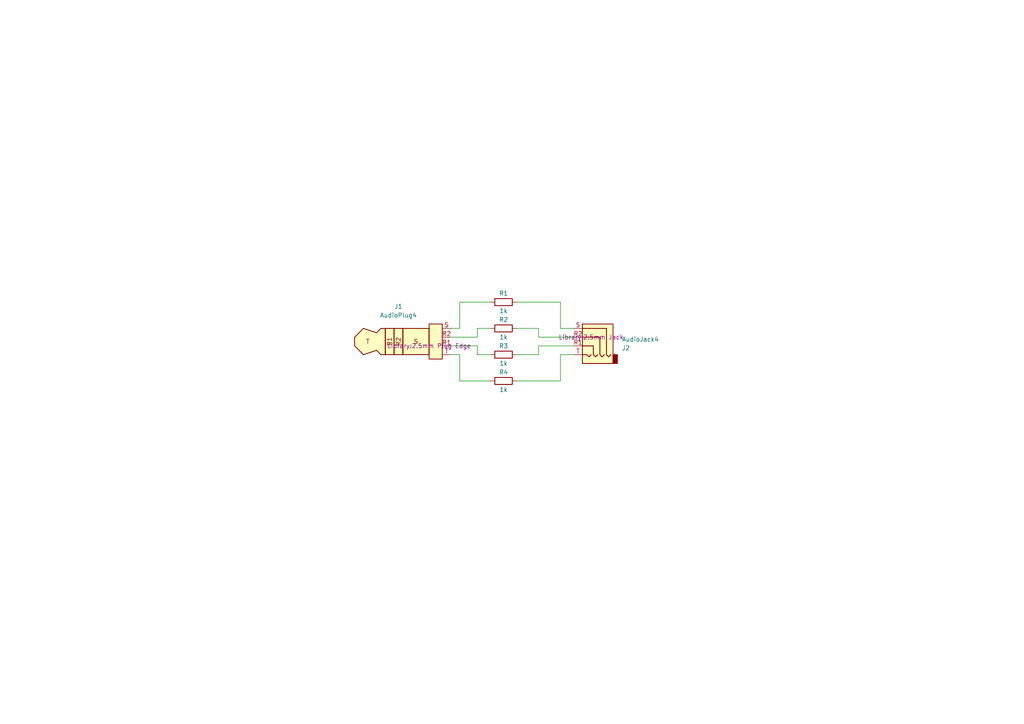
<source format=kicad_sch>
(kicad_sch (version 20230121) (generator eeschema)
  (paper "A4")
  (lib_symbols
    (symbol "Connector_Audio:AudioJack4"
      (property "Reference" "J" (at 0 8.89 0))
      (property "Value" "AudioJack4" (at 0 6.35 0))
      (symbol "AudioJack4_0_1"
        (rectangle (start -6.35 -5.08) (end -7.62 -7.62) (stroke (width 0.254)) (fill (type outline)))
        (polyline (pts (xy 0 -5.08) (xy 0.635 -5.715) (xy 1.27 -5.08) (xy 2.54 -5.08)) (stroke (width 0.254)))
        (polyline (pts (xy -5.715 -5.08) (xy -5.08 -5.715) (xy -4.445 -5.08) (xy -4.445 2.54) (xy 2.54 2.54)) (stroke (width 0.254)))
        (polyline (pts (xy -1.905 -5.08) (xy -1.27 -5.715) (xy -0.635 -5.08) (xy -0.635 -2.54) (xy 2.54 -2.54)) (stroke (width 0.254)))
        (polyline (pts (xy 2.54 0) (xy -2.54 0) (xy -2.54 -5.08) (xy -3.175 -5.715) (xy -3.81 -5.08)) (stroke (width 0.254)))
        (rectangle (start 2.54 3.81) (end -6.35 -7.62) (stroke (width 0.254)) (fill (type background)))
      )
      (symbol "AudioJack4_1_1"
        (pin passive line (at 5.08 -2.54 180) (length 2.54) (name "~") (number "R1"))
        (pin passive line (at 5.08 0 180) (length 2.54) (name "~") (number "R2"))
        (pin passive line (at 5.08 2.54 180) (length 2.54) (name "~") (number "S"))
        (pin passive line (at 5.08 -5.08 180) (length 2.54) (name "~") (number "T"))
      )
    )
    (symbol "Connector_Audio:AudioPlug4"
      (property "Reference" "J" (at 10.16 5.08 0))
      (property "Value" "AudioPlug4" (at 11.43 -7.62 0))
      (symbol "AudioPlug4_0_0"
        (text "R1" (at -2.54 -1.27 900) (effects (font (size 1.27 1.27))))
        (text "R2" (at 0 -1.27 900) (effects (font (size 1.27 1.27))))
        (text "S" (at 5.08 -1.27 0) (effects (font (size 1.27 1.27))))
        (text "T" (at -8.89 -1.27 0) (effects (font (size 1.27 1.27))))
      )
      (symbol "AudioPlug4_0_1"
        (rectangle (start -1.27 2.54) (end -3.81 -5.08) (stroke (width 0.254)) (fill (type background)))
        (polyline (pts (xy -3.81 2.54) (xy -5.08 2.54) (xy -6.35 1.27) (xy -10.16 2.54) (xy -12.7 0) (xy -12.7 -2.54) (xy -10.16 -5.08) (xy -6.35 -3.81) (xy -5.08 -5.08) (xy -3.81 -5.08) (xy -3.81 2.54)) (stroke (width 0.254)) (fill (type background)))
        (rectangle (start 1.27 2.54) (end -1.27 -5.08) (stroke (width 0.254)) (fill (type background)))
        (rectangle (start 1.27 2.54) (end 8.89 -5.08) (stroke (width 0.254)) (fill (type background)))
        (rectangle (start 12.7 3.81) (end 8.89 -6.35) (stroke (width 0.254)) (fill (type background)))
      )
      (symbol "AudioPlug4_1_1"
        (pin passive line (at 15.24 -2.54 180) (length 2.54) (name "~") (number "R1"))
        (pin passive line (at 15.24 0 180) (length 2.54) (name "~") (number "R2"))
        (pin passive line (at 15.24 2.54 180) (length 2.54) (name "~") (number "S"))
        (pin passive line (at 15.24 -5.08 180) (length 2.54) (name "~") (number "T"))
      )
    )
    (symbol "Device:R" (pin_numbers hide) (pin_names (offset 0))
      (property "Reference" "R" (at 2.032 0 90))
      (property "Value" "R" (at 0 0 90))
      (symbol "R_0_1"
        (rectangle (start -1.016 -2.54) (end 1.016 2.54) (stroke (width 0.254)))
      )
      (symbol "R_1_1"
        (pin passive line (at 0 3.81 270) (length 1.27) (name "~") (number "1"))
        (pin passive line (at 0 -3.81 90) (length 1.27) (name "~") (number "2"))
      )
    )
  )
  (wire (pts (xy 156.21 95.25) (xy 156.21 97.79)))
  (wire (pts (xy 162.56 110.49) (xy 162.56 102.87)))
  (wire (pts (xy 130.81 102.87) (xy 133.35 102.87)))
  (wire (pts (xy 149.86 110.49) (xy 162.56 110.49)))
  (wire (pts (xy 162.56 102.87) (xy 166.37 102.87)))
  (wire (pts (xy 130.81 97.79) (xy 138.43 97.79)))
  (wire (pts (xy 149.86 102.87) (xy 156.21 102.87)))
  (wire (pts (xy 149.86 87.63) (xy 162.56 87.63)))
  (wire (pts (xy 156.21 97.79) (xy 166.37 97.79)))
  (wire (pts (xy 138.43 97.79) (xy 138.43 95.25)))
  (wire (pts (xy 156.21 102.87) (xy 156.21 100.33)))
  (wire (pts (xy 149.86 95.25) (xy 156.21 95.25)))
  (wire (pts (xy 138.43 102.87) (xy 142.24 102.87)))
  (wire (pts (xy 133.35 102.87) (xy 133.35 110.49)))
  (wire (pts (xy 138.43 95.25) (xy 142.24 95.25)))
  (wire (pts (xy 162.56 87.63) (xy 162.56 95.25)))
  (wire (pts (xy 130.81 100.33) (xy 138.43 100.33)))
  (wire (pts (xy 133.35 87.63) (xy 142.24 87.63)))
  (wire (pts (xy 130.81 95.25) (xy 133.35 95.25)))
  (wire (pts (xy 138.43 100.33) (xy 138.43 102.87)))
  (wire (pts (xy 133.35 95.25) (xy 133.35 87.63)))
  (wire (pts (xy 133.35 110.49) (xy 142.24 110.49)))
  (wire (pts (xy 162.56 95.25) (xy 166.37 95.25)))
  (wire (pts (xy 156.21 100.33) (xy 166.37 100.33)))
  (symbol (lib_id "Device:R") (at 146.05 95.25 90) (unit 1)
    (property "Reference" "R2" (at 146.05 92.71 90))
    (property "Value" "1k" (at 146.05 97.79 90))
    (property "Footprint" "Resistor_SMD:R_0603_1608Metric" (effects hide))
  )
  (symbol (lib_id "Connector_Audio:AudioJack4") (at 171.45 97.79 0) (mirror y) (unit 1)
    (property "Reference" "J2" (at 180.34 100.965 0) (effects (justify right)))
    (property "Value" "AudioJack4" (at 180.34 98.425 0) (effects (justify right)))
    (property "Footprint" "Library:2.5mm Jack" (at 171.45 97.79 0))
  )
  (symbol (lib_id "Connector_Audio:AudioPlug4") (at 115.57 97.79 0) (unit 1)
    (property "Reference" "J1" (at 115.57 88.9 0))
    (property "Value" "AudioPlug4" (at 115.57 91.44 0))
    (property "Footprint" "Library:2.5mm Plug Edge" (at 124.46 100.33 0))
  )
  (symbol (lib_id "Device:R") (at 146.05 87.63 90) (unit 1)
    (property "Reference" "R1" (at 146.05 85.09 90))
    (property "Value" "1k" (at 146.05 90.17 90))
    (property "Footprint" "Resistor_SMD:R_0603_1608Metric" (effects hide))
  )
  (symbol (lib_id "Device:R") (at 146.05 102.87 90) (unit 1)
    (property "Reference" "R3" (at 146.05 100.33 90))
    (property "Value" "1k" (at 146.05 105.41 90))
    (property "Footprint" "Resistor_SMD:R_0603_1608Metric" (effects hide))
  )
  (symbol (lib_id "Device:R") (at 146.05 110.49 90) (unit 1)
    (property "Reference" "R4" (at 146.05 107.95 90))
    (property "Value" "1k" (at 146.05 113.03 90))
    (property "Footprint" "Resistor_SMD:R_0603_1608Metric" (effects hide))
  )
)
</source>
